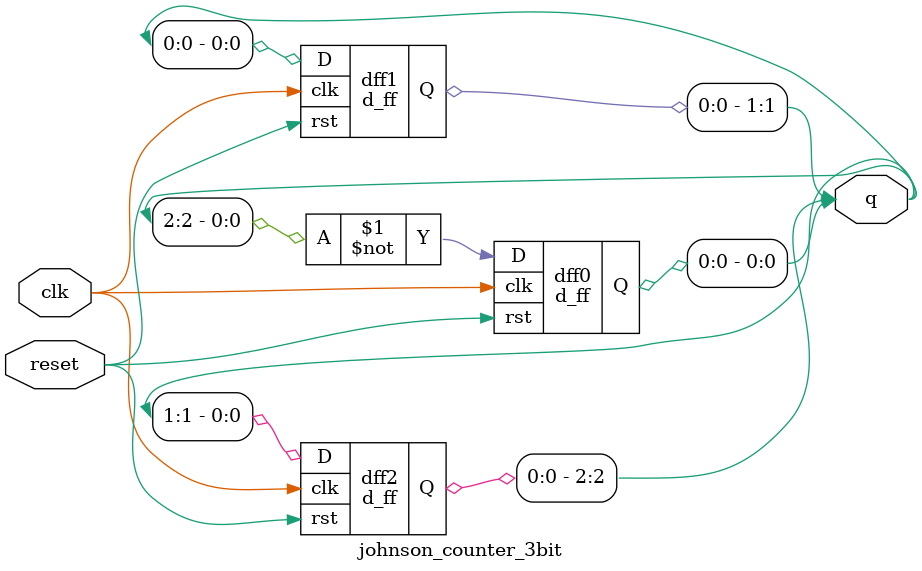
<source format=v>
module d_ff (input wire D, input wire clk, input wire rst, output reg Q);
always @(posedge clk) 
begin  
  if (rst)      Q<=1'b0;     // Asynchronous reset to 0   
 else      Q<=D;        // Sample D on rising edge of clock
end
endmodule

// 3-bit Johnson Counter using D Flip-flop  
module johnson_counter_3bit(input clk, input reset, output [2:0] q);

// Johnson counter: 000->001->011->111->110->100->000...
// Each D input gets the previous Q, except first gets inverted last Q
d_ff dff0(.D(~q[2]), .clk(clk), .rst(reset), .Q(q[0]));
d_ff dff1(.D(q[0]), .clk(clk), .rst(reset), .Q(q[1]));
d_ff dff2(.D(q[1]), .clk(clk), .rst(reset), .Q(q[2]));

endmodule
</source>
